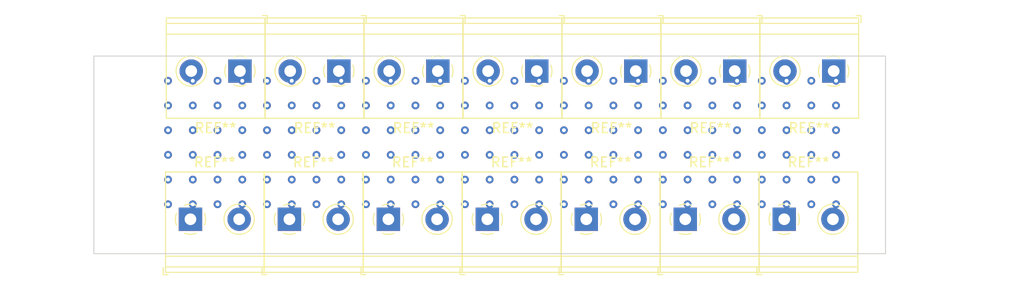
<source format=kicad_pcb>
(kicad_pcb (version 20221018) (generator pcbnew)
  (layers (0 "F.Cu" signal) (31 "B.Cu" signal) (34 "B.Paste" user) (35 "F.Paste" user) (36 "B.SilkS" user "B.Silkscreen") (37 "F.SilkS" user "F.Silkscreen") (38 "B.Mask" user) (39 "F.Mask" user) (44 "Edge.Cuts" user))
  (net 0 "")
  (footprint "TerminalBlock_Philmore:TerminalBlock_Philmore_TB132_1x02_P5.00mm_Horizontal" (layer "F.Cu") (at 91.44 81.28 180)
    (fp_text reference "REF**" (at 2.5 -5.86) (layer "F.SilkS"))
    (fp_text value "TerminalBlock_Philmore_TB132_1x02_P5.00mm_Horizontal")
    (fp_line (start -2.8 4.96) (end -2.8 5.7) (stroke (width 0.12)) (layer "F.SilkS"))
    (fp_line (start -2.8 5.7) (end -2.3 5.7) (stroke (width 0.12)) (layer "F.SilkS"))
    (fp_line (start -2.56 -4.86) (end -2.56 5.46) (stroke (width 0.12)) (layer "F.SilkS"))
    (fp_line (start -2.56 -4.86) (end 7.56 -4.86) (stroke (width 0.12)) (layer "F.SilkS"))
    (fp_line (start -2.56 3.8) (end 7.56 3.8) (stroke (width 0.12)) (layer "F.SilkS"))
    (fp_line (start -2.56 4.9) (end 7.56 4.9) (stroke (width 0.12)) (layer "F.SilkS"))
    (fp_line (start -2.56 5.46) (end 7.56 5.46) (stroke (width 0.12)) (layer "F.SilkS"))
    (fp_line (start 7.56 -4.86) (end 7.56 5.46) (stroke (width 0.12)) (layer "F.SilkS"))
    (fp_arc (start -1.432109 0.607742) (mid -1.555727 -0.00014) (end -1.432 -0.608) (stroke (width 0.12)) (layer "F.SilkS"))
    (fp_arc (start -0.607742 -1.432109) (mid 0.00014 -1.555727) (end 0.608 -1.432) (stroke (width 0.12)) (layer "F.SilkS"))
    (fp_arc (start 0.027011 1.555493) (mid -0.296984 1.527118) (end -0.608 1.432) (stroke (width 0.12)) (layer "F.SilkS"))
    (fp_arc (start 0.607587 1.431385) (mid 0.310017 1.523783) (end 0 1.555) (stroke (width 0.12)) (layer "F.SilkS"))
    (fp_arc (start 1.432109 -0.607742) (mid 1.555727 0.00014) (end 1.432 0.608) (stroke (width 0.12)) (layer "F.SilkS"))
    (fp_circle (center 5 0) (end 6.555 0) (stroke (width 0.12)) (fill none) (layer "F.SilkS"))
    (pad "1" thru_hole rect (at 0 0 180) (size 2.4 2.4) (drill 1.2) (layers "*.Cu" "*.Mask"))
    (pad "2" thru_hole circle (at 5 0 180) (size 2.4 2.4) (drill 1.2) (layers "*.Cu" "*.Mask"))
  )
  (footprint "TerminalBlock_Philmore:TerminalBlock_Philmore_TB132_1x02_P5.00mm_Horizontal" (layer "F.Cu") (at 127 96.52)
    (fp_text reference "REF**" (at 2.5 -5.86) (layer "F.SilkS"))
    (fp_text value "TerminalBlock_Philmore_TB132_1x02_P5.00mm_Horizontal")
    (fp_line (start -2.8 4.96) (end -2.8 5.7) (stroke (width 0.12)) (layer "F.SilkS"))
    (fp_line (start -2.8 5.7) (end -2.3 5.7) (stroke (width 0.12)) (layer "F.SilkS"))
    (fp_line (start -2.56 -4.86) (end -2.56 5.46) (stroke (width 0.12)) (layer "F.SilkS"))
    (fp_line (start -2.56 -4.86) (end 7.56 -4.86) (stroke (width 0.12)) (layer "F.SilkS"))
    (fp_line (start -2.56 3.8) (end 7.56 3.8) (stroke (width 0.12)) (layer "F.SilkS"))
    (fp_line (start -2.56 4.9) (end 7.56 4.9) (stroke (width 0.12)) (layer "F.SilkS"))
    (fp_line (start -2.56 5.46) (end 7.56 5.46) (stroke (width 0.12)) (layer "F.SilkS"))
    (fp_line (start 7.56 -4.86) (end 7.56 5.46) (stroke (width 0.12)) (layer "F.SilkS"))
    (fp_arc (start -1.432109 0.607742) (mid -1.555727 -0.00014) (end -1.432 -0.608) (stroke (width 0.12)) (layer "F.SilkS"))
    (fp_arc (start -0.607742 -1.432109) (mid 0.00014 -1.555727) (end 0.608 -1.432) (stroke (width 0.12)) (layer "F.SilkS"))
    (fp_arc (start 0.027011 1.555493) (mid -0.296984 1.527118) (end -0.608 1.432) (stroke (width 0.12)) (layer "F.SilkS"))
    (fp_arc (start 0.607587 1.431385) (mid 0.310017 1.523783) (end 0 1.555) (stroke (width 0.12)) (layer "F.SilkS"))
    (fp_arc (start 1.432109 -0.607742) (mid 1.555727 0.00014) (end 1.432 0.608) (stroke (width 0.12)) (layer "F.SilkS"))
    (fp_circle (center 5 0) (end 6.555 0) (stroke (width 0.12)) (fill none) (layer "F.SilkS"))
    (pad "1" thru_hole rect (at 0 0) (size 2.4 2.4) (drill 1.2) (layers "*.Cu" "*.Mask"))
    (pad "2" thru_hole circle (at 5 0) (size 2.4 2.4) (drill 1.2) (layers "*.Cu" "*.Mask"))
  )
  (footprint "TerminalBlock_Philmore:TerminalBlock_Philmore_TB132_1x02_P5.00mm_Horizontal" (layer "F.Cu") (at 116.84 96.52)
    (fp_text reference "REF**" (at 2.5 -5.86) (layer "F.SilkS"))
    (fp_text value "TerminalBlock_Philmore_TB132_1x02_P5.00mm_Horizontal")
    (fp_line (start -2.8 4.96) (end -2.8 5.7) (stroke (width 0.12)) (layer "F.SilkS"))
    (fp_line (start -2.8 5.7) (end -2.3 5.7) (stroke (width 0.12)) (layer "F.SilkS"))
    (fp_line (start -2.56 -4.86) (end -2.56 5.46) (stroke (width 0.12)) (layer "F.SilkS"))
    (fp_line (start -2.56 -4.86) (end 7.56 -4.86) (stroke (width 0.12)) (layer "F.SilkS"))
    (fp_line (start -2.56 3.8) (end 7.56 3.8) (stroke (width 0.12)) (layer "F.SilkS"))
    (fp_line (start -2.56 4.9) (end 7.56 4.9) (stroke (width 0.12)) (layer "F.SilkS"))
    (fp_line (start -2.56 5.46) (end 7.56 5.46) (stroke (width 0.12)) (layer "F.SilkS"))
    (fp_line (start 7.56 -4.86) (end 7.56 5.46) (stroke (width 0.12)) (layer "F.SilkS"))
    (fp_arc (start -1.432109 0.607742) (mid -1.555727 -0.00014) (end -1.432 -0.608) (stroke (width 0.12)) (layer "F.SilkS"))
    (fp_arc (start -0.607742 -1.432109) (mid 0.00014 -1.555727) (end 0.608 -1.432) (stroke (width 0.12)) (layer "F.SilkS"))
    (fp_arc (start 0.027011 1.555493) (mid -0.296984 1.527118) (end -0.608 1.432) (stroke (width 0.12)) (layer "F.SilkS"))
    (fp_arc (start 0.607587 1.431385) (mid 0.310017 1.523783) (end 0 1.555) (stroke (width 0.12)) (layer "F.SilkS"))
    (fp_arc (start 1.432109 -0.607742) (mid 1.555727 0.00014) (end 1.432 0.608) (stroke (width 0.12)) (layer "F.SilkS"))
    (fp_circle (center 5 0) (end 6.555 0) (stroke (width 0.12)) (fill none) (layer "F.SilkS"))
    (pad "1" thru_hole rect (at 0 0) (size 2.4 2.4) (drill 1.2) (layers "*.Cu" "*.Mask"))
    (pad "2" thru_hole circle (at 5 0) (size 2.4 2.4) (drill 1.2) (layers "*.Cu" "*.Mask"))
  )
  (footprint "TerminalBlock_Philmore:TerminalBlock_Philmore_TB132_1x02_P5.00mm_Horizontal" (layer "F.Cu") (at 96.52 96.52)
    (fp_text reference "REF**" (at 2.5 -5.86) (layer "F.SilkS"))
    (fp_text value "TerminalBlock_Philmore_TB132_1x02_P5.00mm_Horizontal")
    (fp_line (start -2.8 4.96) (end -2.8 5.7) (stroke (width 0.12)) (layer "F.SilkS"))
    (fp_line (start -2.8 5.7) (end -2.3 5.7) (stroke (width 0.12)) (layer "F.SilkS"))
    (fp_line (start -2.56 -4.86) (end -2.56 5.46) (stroke (width 0.12)) (layer "F.SilkS"))
    (fp_line (start -2.56 -4.86) (end 7.56 -4.86) (stroke (width 0.12)) (layer "F.SilkS"))
    (fp_line (start -2.56 3.8) (end 7.56 3.8) (stroke (width 0.12)) (layer "F.SilkS"))
    (fp_line (start -2.56 4.9) (end 7.56 4.9) (stroke (width 0.12)) (layer "F.SilkS"))
    (fp_line (start -2.56 5.46) (end 7.56 5.46) (stroke (width 0.12)) (layer "F.SilkS"))
    (fp_line (start 7.56 -4.86) (end 7.56 5.46) (stroke (width 0.12)) (layer "F.SilkS"))
    (fp_arc (start -1.432109 0.607742) (mid -1.555727 -0.00014) (end -1.432 -0.608) (stroke (width 0.12)) (layer "F.SilkS"))
    (fp_arc (start -0.607742 -1.432109) (mid 0.00014 -1.555727) (end 0.608 -1.432) (stroke (width 0.12)) (layer "F.SilkS"))
    (fp_arc (start 0.027011 1.555493) (mid -0.296984 1.527118) (end -0.608 1.432) (stroke (width 0.12)) (layer "F.SilkS"))
    (fp_arc (start 0.607587 1.431385) (mid 0.310017 1.523783) (end 0 1.555) (stroke (width 0.12)) (layer "F.SilkS"))
    (fp_arc (start 1.432109 -0.607742) (mid 1.555727 0.00014) (end 1.432 0.608) (stroke (width 0.12)) (layer "F.SilkS"))
    (fp_circle (center 5 0) (end 6.555 0) (stroke (width 0.12)) (fill none) (layer "F.SilkS"))
    (pad "1" thru_hole rect (at 0 0) (size 2.4 2.4) (drill 1.2) (layers "*.Cu" "*.Mask"))
    (pad "2" thru_hole circle (at 5 0) (size 2.4 2.4) (drill 1.2) (layers "*.Cu" "*.Mask"))
  )
  (footprint "TerminalBlock_Philmore:TerminalBlock_Philmore_TB132_1x02_P5.00mm_Horizontal" (layer "F.Cu") (at 76.2 96.52)
    (fp_text reference "REF**" (at 2.5 -5.86) (layer "F.SilkS"))
    (fp_text value "TerminalBlock_Philmore_TB132_1x02_P5.00mm_Horizontal")
    (fp_line (start -2.8 4.96) (end -2.8 5.7) (stroke (width 0.12)) (layer "F.SilkS"))
    (fp_line (start -2.8 5.7) (end -2.3 5.7) (stroke (width 0.12)) (layer "F.SilkS"))
    (fp_line (start -2.56 -4.86) (end -2.56 5.46) (stroke (width 0.12)) (layer "F.SilkS"))
    (fp_line (start -2.56 -4.86) (end 7.56 -4.86) (stroke (width 0.12)) (layer "F.SilkS"))
    (fp_line (start -2.56 3.8) (end 7.56 3.8) (stroke (width 0.12)) (layer "F.SilkS"))
    (fp_line (start -2.56 4.9) (end 7.56 4.9) (stroke (width 0.12)) (layer "F.SilkS"))
    (fp_line (start -2.56 5.46) (end 7.56 5.46) (stroke (width 0.12)) (layer "F.SilkS"))
    (fp_line (start 7.56 -4.86) (end 7.56 5.46) (stroke (width 0.12)) (layer "F.SilkS"))
    (fp_arc (start -1.432109 0.607742) (mid -1.555727 -0.00014) (end -1.432 -0.608) (stroke (width 0.12)) (layer "F.SilkS"))
    (fp_arc (start -0.607742 -1.432109) (mid 0.00014 -1.555727) (end 0.608 -1.432) (stroke (width 0.12)) (layer "F.SilkS"))
    (fp_arc (start 0.027011 1.555493) (mid -0.296984 1.527118) (end -0.608 1.432) (stroke (width 0.12)) (layer "F.SilkS"))
    (fp_arc (start 0.607587 1.431385) (mid 0.310017 1.523783) (end 0 1.555) (stroke (width 0.12)) (layer "F.SilkS"))
    (fp_arc (start 1.432109 -0.607742) (mid 1.555727 0.00014) (end 1.432 0.608) (stroke (width 0.12)) (layer "F.SilkS"))
    (fp_circle (center 5 0) (end 6.555 0) (stroke (width 0.12)) (fill none) (layer "F.SilkS"))
    (pad "1" thru_hole rect (at 0 0) (size 2.4 2.4) (drill 1.2) (layers "*.Cu" "*.Mask"))
    (pad "2" thru_hole circle (at 5 0) (size 2.4 2.4) (drill 1.2) (layers "*.Cu" "*.Mask"))
  )
  (footprint "TerminalBlock_Philmore:TerminalBlock_Philmore_TB132_1x02_P5.00mm_Horizontal" (layer "F.Cu") (at 132.08 81.28 180)
    (fp_text reference "REF**" (at 2.5 -5.86) (layer "F.SilkS"))
    (fp_text value "TerminalBlock_Philmore_TB132_1x02_P5.00mm_Horizontal")
    (fp_line (start -2.8 4.96) (end -2.8 5.7) (stroke (width 0.12)) (layer "F.SilkS"))
    (fp_line (start -2.8 5.7) (end -2.3 5.7) (stroke (width 0.12)) (layer "F.SilkS"))
    (fp_line (start -2.56 -4.86) (end -2.56 5.46) (stroke (width 0.12)) (layer "F.SilkS"))
    (fp_line (start -2.56 -4.86) (end 7.56 -4.86) (stroke (width 0.12)) (layer "F.SilkS"))
    (fp_line (start -2.56 3.8) (end 7.56 3.8) (stroke (width 0.12)) (layer "F.SilkS"))
    (fp_line (start -2.56 4.9) (end 7.56 4.9) (stroke (width 0.12)) (layer "F.SilkS"))
    (fp_line (start -2.56 5.46) (end 7.56 5.46) (stroke (width 0.12)) (layer "F.SilkS"))
    (fp_line (start 7.56 -4.86) (end 7.56 5.46) (stroke (width 0.12)) (layer "F.SilkS"))
    (fp_arc (start -1.432109 0.607742) (mid -1.555727 -0.00014) (end -1.432 -0.608) (stroke (width 0.12)) (layer "F.SilkS"))
    (fp_arc (start -0.607742 -1.432109) (mid 0.00014 -1.555727) (end 0.608 -1.432) (stroke (width 0.12)) (layer "F.SilkS"))
    (fp_arc (start 0.027011 1.555493) (mid -0.296984 1.527118) (end -0.608 1.432) (stroke (width 0.12)) (layer "F.SilkS"))
    (fp_arc (start 0.607587 1.431385) (mid 0.310017 1.523783) (end 0 1.555) (stroke (width 0.12)) (layer "F.SilkS"))
    (fp_arc (start 1.432109 -0.607742) (mid 1.555727 0.00014) (end 1.432 0.608) (stroke (width 0.12)) (layer "F.SilkS"))
    (fp_circle (center 5 0) (end 6.555 0) (stroke (width 0.12)) (fill none) (layer "F.SilkS"))
    (pad "1" thru_hole rect (at 0 0 180) (size 2.4 2.4) (drill 1.2) (layers "*.Cu" "*.Mask"))
    (pad "2" thru_hole circle (at 5 0 180) (size 2.4 2.4) (drill 1.2) (layers "*.Cu" "*.Mask"))
  )
  (footprint "TerminalBlock_Philmore:TerminalBlock_Philmore_TB132_1x02_P5.00mm_Horizontal" (layer "F.Cu") (at 101.6 81.28 180)
    (fp_text reference "REF**" (at 2.5 -5.86) (layer "F.SilkS"))
    (fp_text value "TerminalBlock_Philmore_TB132_1x02_P5.00mm_Horizontal")
    (fp_line (start -2.8 4.96) (end -2.8 5.7) (stroke (width 0.12)) (layer "F.SilkS"))
    (fp_line (start -2.8 5.7) (end -2.3 5.7) (stroke (width 0.12)) (layer "F.SilkS"))
    (fp_line (start -2.56 -4.86) (end -2.56 5.46) (stroke (width 0.12)) (layer "F.SilkS"))
    (fp_line (start -2.56 -4.86) (end 7.56 -4.86) (stroke (width 0.12)) (layer "F.SilkS"))
    (fp_line (start -2.56 3.8) (end 7.56 3.8) (stroke (width 0.12)) (layer "F.SilkS"))
    (fp_line (start -2.56 4.9) (end 7.56 4.9) (stroke (width 0.12)) (layer "F.SilkS"))
    (fp_line (start -2.56 5.46) (end 7.56 5.46) (stroke (width 0.12)) (layer "F.SilkS"))
    (fp_line (start 7.56 -4.86) (end 7.56 5.46) (stroke (width 0.12)) (layer "F.SilkS"))
    (fp_arc (start -1.432109 0.607742) (mid -1.555727 -0.00014) (end -1.432 -0.608) (stroke (width 0.12)) (layer "F.SilkS"))
    (fp_arc (start -0.607742 -1.432109) (mid 0.00014 -1.555727) (end 0.608 -1.432) (stroke (width 0.12)) (layer "F.SilkS"))
    (fp_arc (start 0.027011 1.555493) (mid -0.296984 1.527118) (end -0.608 1.432) (stroke (width 0.12)) (layer "F.SilkS"))
    (fp_arc (start 0.607587 1.431385) (mid 0.310017 1.523783) (end 0 1.555) (stroke (width 0.12)) (layer "F.SilkS"))
    (fp_arc (start 1.432109 -0.607742) (mid 1.555727 0.00014) (end 1.432 0.608) (stroke (width 0.12)) (layer "F.SilkS"))
    (fp_circle (center 5 0) (end 6.555 0) (stroke (width 0.12)) (fill none) (layer "F.SilkS"))
    (pad "1" thru_hole rect (at 0 0 180) (size 2.4 2.4) (drill 1.2) (layers "*.Cu" "*.Mask"))
    (pad "2" thru_hole circle (at 5 0 180) (size 2.4 2.4) (drill 1.2) (layers "*.Cu" "*.Mask"))
  )
  (footprint "TerminalBlock_Philmore:TerminalBlock_Philmore_TB132_1x02_P5.00mm_Horizontal" (layer "F.Cu") (at 142.24 81.28 180)
    (fp_text reference "REF**" (at 2.5 -5.86) (layer "F.SilkS"))
    (fp_text value "TerminalBlock_Philmore_TB132_1x02_P5.00mm_Horizontal")
    (fp_line (start -2.8 4.96) (end -2.8 5.7) (stroke (width 0.12)) (layer "F.SilkS"))
    (fp_line (start -2.8 5.7) (end -2.3 5.7) (stroke (width 0.12)) (layer "F.SilkS"))
    (fp_line (start -2.56 -4.86) (end -2.56 5.46) (stroke (width 0.12)) (layer "F.SilkS"))
    (fp_line (start -2.56 -4.86) (end 7.56 -4.86) (stroke (width 0.12)) (layer "F.SilkS"))
    (fp_line (start -2.56 3.8) (end 7.56 3.8) (stroke (width 0.12)) (layer "F.SilkS"))
    (fp_line (start -2.56 4.9) (end 7.56 4.9) (stroke (width 0.12)) (layer "F.SilkS"))
    (fp_line (start -2.56 5.46) (end 7.56 5.46) (stroke (width 0.12)) (layer "F.SilkS"))
    (fp_line (start 7.56 -4.86) (end 7.56 5.46) (stroke (width 0.12)) (layer "F.SilkS"))
    (fp_arc (start -1.432109 0.607742) (mid -1.555727 -0.00014) (end -1.432 -0.608) (stroke (width 0.12)) (layer "F.SilkS"))
    (fp_arc (start -0.607742 -1.432109) (mid 0.00014 -1.555727) (end 0.608 -1.432) (stroke (width 0.12)) (layer "F.SilkS"))
    (fp_arc (start 0.027011 1.555493) (mid -0.296984 1.527118) (end -0.608 1.432) (stroke (width 0.12)) (layer "F.SilkS"))
    (fp_arc (start 0.607587 1.431385) (mid 0.310017 1.523783) (end 0 1.555) (stroke (width 0.12)) (layer "F.SilkS"))
    (fp_arc (start 1.432109 -0.607742) (mid 1.555727 0.00014) (end 1.432 0.608) (stroke (width 0.12)) (layer "F.SilkS"))
    (fp_circle (center 5 0) (end 6.555 0) (stroke (width 0.12)) (fill none) (layer "F.SilkS"))
    (pad "1" thru_hole rect (at 0 0 180) (size 2.4 2.4) (drill 1.2) (layers "*.Cu" "*.Mask"))
    (pad "2" thru_hole circle (at 5 0 180) (size 2.4 2.4) (drill 1.2) (layers "*.Cu" "*.Mask"))
  )
  (footprint "TerminalBlock_Philmore:TerminalBlock_Philmore_TB132_1x02_P5.00mm_Horizontal" (layer "F.Cu") (at 81.28 81.28 180)
    (fp_text reference "REF**" (at 2.5 -5.86) (layer "F.SilkS"))
    (fp_text value "TerminalBlock_Philmore_TB132_1x02_P5.00mm_Horizontal")
    (fp_line (start -2.8 4.96) (end -2.8 5.7) (stroke (width 0.12)) (layer "F.SilkS"))
    (fp_line (start -2.8 5.7) (end -2.3 5.7) (stroke (width 0.12)) (layer "F.SilkS"))
    (fp_line (start -2.56 -4.86) (end -2.56 5.46) (stroke (width 0.12)) (layer "F.SilkS"))
    (fp_line (start -2.56 -4.86) (end 7.56 -4.86) (stroke (width 0.12)) (layer "F.SilkS"))
    (fp_line (start -2.56 3.8) (end 7.56 3.8) (stroke (width 0.12)) (layer "F.SilkS"))
    (fp_line (start -2.56 4.9) (end 7.56 4.9) (stroke (width 0.12)) (layer "F.SilkS"))
    (fp_line (start -2.56 5.46) (end 7.56 5.46) (stroke (width 0.12)) (layer "F.SilkS"))
    (fp_line (start 7.56 -4.86) (end 7.56 5.46) (stroke (width 0.12)) (layer "F.SilkS"))
    (fp_arc (start -1.432109 0.607742) (mid -1.555727 -0.00014) (end -1.432 -0.608) (stroke (width 0.12)) (layer "F.SilkS"))
    (fp_arc (start -0.607742 -1.432109) (mid 0.00014 -1.555727) (end 0.608 -1.432) (stroke (width 0.12)) (layer "F.SilkS"))
    (fp_arc (start 0.027011 1.555493) (mid -0.296984 1.527118) (end -0.608 1.432) (stroke (width 0.12)) (layer "F.SilkS"))
    (fp_arc (start 0.607587 1.431385) (mid 0.310017 1.523783) (end 0 1.555) (stroke (width 0.12)) (layer "F.SilkS"))
    (fp_arc (start 1.432109 -0.607742) (mid 1.555727 0.00014) (end 1.432 0.608) (stroke (width 0.12)) (layer "F.SilkS"))
    (fp_circle (center 5 0) (end 6.555 0) (stroke (width 0.12)) (fill none) (layer "F.SilkS"))
    (pad "1" thru_hole rect (at 0 0 180) (size 2.4 2.4) (drill 1.2) (layers "*.Cu" "*.Mask"))
    (pad "2" thru_hole circle (at 5 0 180) (size 2.4 2.4) (drill 1.2) (layers "*.Cu" "*.Mask"))
  )
  (footprint "TerminalBlock_Philmore:TerminalBlock_Philmore_TB132_1x02_P5.00mm_Horizontal" (layer "F.Cu") (at 137.16 96.52)
    (fp_text reference "REF**" (at 2.5 -5.86) (layer "F.SilkS"))
    (fp_text value "TerminalBlock_Philmore_TB132_1x02_P5.00mm_Horizontal")
    (fp_line (start -2.8 4.96) (end -2.8 5.7) (stroke (width 0.12)) (layer "F.SilkS"))
    (fp_line (start -2.8 5.7) (end -2.3 5.7) (stroke (width 0.12)) (layer "F.SilkS"))
    (fp_line (start -2.56 -4.86) (end -2.56 5.46) (stroke (width 0.12)) (layer "F.SilkS"))
    (fp_line (start -2.56 -4.86) (end 7.56 -4.86) (stroke (width 0.12)) (layer "F.SilkS"))
    (fp_line (start -2.56 3.8) (end 7.56 3.8) (stroke (width 0.12)) (layer "F.SilkS"))
    (fp_line (start -2.56 4.9) (end 7.56 4.9) (stroke (width 0.12)) (layer "F.SilkS"))
    (fp_line (start -2.56 5.46) (end 7.56 5.46) (stroke (width 0.12)) (layer "F.SilkS"))
    (fp_line (start 7.56 -4.86) (end 7.56 5.46) (stroke (width 0.12)) (layer "F.SilkS"))
    (fp_arc (start -1.432109 0.607742) (mid -1.555727 -0.00014) (end -1.432 -0.608) (stroke (width 0.12)) (layer "F.SilkS"))
    (fp_arc (start -0.607742 -1.432109) (mid 0.00014 -1.555727) (end 0.608 -1.432) (stroke (width 0.12)) (layer "F.SilkS"))
    (fp_arc (start 0.027011 1.555493) (mid -0.296984 1.527118) (end -0.608 1.432) (stroke (width 0.12)) (layer "F.SilkS"))
    (fp_arc (start 0.607587 1.431385) (mid 0.310017 1.523783) (end 0 1.555) (stroke (width 0.12)) (layer "F.SilkS"))
    (fp_arc (start 1.432109 -0.607742) (mid 1.555727 0.00014) (end 1.432 0.608) (stroke (width 0.12)) (layer "F.SilkS"))
    (fp_circle (center 5 0) (end 6.555 0) (stroke (width 0.12)) (fill none) (layer "F.SilkS"))
    (pad "1" thru_hole rect (at 0 0) (size 2.4 2.4) (drill 1.2) (layers "*.Cu" "*.Mask"))
    (pad "2" thru_hole circle (at 5 0) (size 2.4 2.4) (drill 1.2) (layers "*.Cu" "*.Mask"))
  )
  (footprint "TerminalBlock_Philmore:TerminalBlock_Philmore_TB132_1x02_P5.00mm_Horizontal" (layer "F.Cu") (at 106.68 96.52)
    (fp_text reference "REF**" (at 2.5 -5.86) (layer "F.SilkS"))
    (fp_text value "TerminalBlock_Philmore_TB132_1x02_P5.00mm_Horizontal")
    (fp_line (start -2.8 4.96) (end -2.8 5.7) (stroke (width 0.12)) (layer "F.SilkS"))
    (fp_line (start -2.8 5.7) (end -2.3 5.7) (stroke (width 0.12)) (layer "F.SilkS"))
    (fp_line (start -2.56 -4.86) (end -2.56 5.46) (stroke (width 0.12)) (layer "F.SilkS"))
    (fp_line (start -2.56 -4.86) (end 7.56 -4.86) (stroke (width 0.12)) (layer "F.SilkS"))
    (fp_line (start -2.56 3.8) (end 7.56 3.8) (stroke (width 0.12)) (layer "F.SilkS"))
    (fp_line (start -2.56 4.9) (end 7.56 4.9) (stroke (width 0.12)) (layer "F.SilkS"))
    (fp_line (start -2.56 5.46) (end 7.56 5.46) (stroke (width 0.12)) (layer "F.SilkS"))
    (fp_line (start 7.56 -4.86) (end 7.56 5.46) (stroke (width 0.12)) (layer "F.SilkS"))
    (fp_arc (start -1.432109 0.607742) (mid -1.555727 -0.00014) (end -1.432 -0.608) (stroke (width 0.12)) (layer "F.SilkS"))
    (fp_arc (start -0.607742 -1.432109) (mid 0.00014 -1.555727) (end 0.608 -1.432) (stroke (width 0.12)) (layer "F.SilkS"))
    (fp_arc (start 0.027011 1.555493) (mid -0.296984 1.527118) (end -0.608 1.432) (stroke (width 0.12)) (layer "F.SilkS"))
    (fp_arc (start 0.607587 1.431385) (mid 0.310017 1.523783) (end 0 1.555) (stroke (width 0.12)) (layer "F.SilkS"))
    (fp_arc (start 1.432109 -0.607742) (mid 1.555727 0.00014) (end 1.432 0.608) (stroke (width 0.12)) (layer "F.SilkS"))
    (fp_circle (center 5 0) (end 6.555 0) (stroke (width 0.12)) (fill none) (layer "F.SilkS"))
    (pad "1" thru_hole rect (at 0 0) (size 2.4 2.4) (drill 1.2) (layers "*.Cu" "*.Mask"))
    (pad "2" thru_hole circle (at 5 0) (size 2.4 2.4) (drill 1.2) (layers "*.Cu" "*.Mask"))
  )
  (footprint "TerminalBlock_Philmore:TerminalBlock_Philmore_TB132_1x02_P5.00mm_Horizontal" (layer "F.Cu") (at 121.92 81.28 180)
    (fp_text reference "REF**" (at 2.5 -5.86) (layer "F.SilkS"))
    (fp_text value "TerminalBlock_Philmore_TB132_1x02_P5.00mm_Horizontal")
    (fp_line (start -2.8 4.96) (end -2.8 5.7) (stroke (width 0.12)) (layer "F.SilkS"))
    (fp_line (start -2.8 5.7) (end -2.3 5.7) (stroke (width 0.12)) (layer "F.SilkS"))
    (fp_line (start -2.56 -4.86) (end -2.56 5.46) (stroke (width 0.12)) (layer "F.SilkS"))
    (fp_line (start -2.56 -4.86) (end 7.56 -4.86) (stroke (width 0.12)) (layer "F.SilkS"))
    (fp_line (start -2.56 3.8) (end 7.56 3.8) (stroke (width 0.12)) (layer "F.SilkS"))
    (fp_line (start -2.56 4.9) (end 7.56 4.9) (stroke (width 0.12)) (layer "F.SilkS"))
    (fp_line (start -2.56 5.46) (end 7.56 5.46) (stroke (width 0.12)) (layer "F.SilkS"))
    (fp_line (start 7.56 -4.86) (end 7.56 5.46) (stroke (width 0.12)) (layer "F.SilkS"))
    (fp_arc (start -1.432109 0.607742) (mid -1.555727 -0.00014) (end -1.432 -0.608) (stroke (width 0.12)) (layer "F.SilkS"))
    (fp_arc (start -0.607742 -1.432109) (mid 0.00014 -1.555727) (end 0.608 -1.432) (stroke (width 0.12)) (layer "F.SilkS"))
    (fp_arc (start 0.027011 1.555493) (mid -0.296984 1.527118) (end -0.608 1.432) (stroke (width 0.12)) (layer "F.SilkS"))
    (fp_arc (start 0.607587 1.431385) (mid 0.310017 1.523783) (end 0 1.555) (stroke (width 0.12)) (layer "F.SilkS"))
    (fp_arc (start 1.432109 -0.607742) (mid 1.555727 0.00014) (end 1.432 0.608) (stroke (width 0.12)) (layer "F.SilkS"))
    (fp_circle (center 5 0) (end 6.555 0) (stroke (width 0.12)) (fill none) (layer "F.SilkS"))
    (pad "1" thru_hole rect (at 0 0 180) (size 2.4 2.4) (drill 1.2) (layers "*.Cu" "*.Mask"))
    (pad "2" thru_hole circle (at 5 0 180) (size 2.4 2.4) (drill 1.2) (layers "*.Cu" "*.Mask"))
  )
  (footprint "TerminalBlock_Philmore:TerminalBlock_Philmore_TB132_1x02_P5.00mm_Horizontal" (layer "F.Cu") (at 111.76 81.28 180)
    (fp_text reference "REF**" (at 2.5 -5.86) (layer "F.SilkS"))
    (fp_text value "TerminalBlock_Philmore_TB132_1x02_P5.00mm_Horizontal")
    (fp_line (start -2.8 4.96) (end -2.8 5.7) (stroke (width 0.12)) (layer "F.SilkS"))
    (fp_line (start -2.8 5.7) (end -2.3 5.7) (stroke (width 0.12)) (layer "F.SilkS"))
    (fp_line (start -2.56 -4.86) (end -2.56 5.46) (stroke (width 0.12)) (layer "F.SilkS"))
    (fp_line (start -2.56 -4.86) (end 7.56 -4.86) (stroke (width 0.12)) (layer "F.SilkS"))
    (fp_line (start -2.56 3.8) (end 7.56 3.8) (stroke (width 0.12)) (layer "F.SilkS"))
    (fp_line (start -2.56 4.9) (end 7.56 4.9) (stroke (width 0.12)) (layer "F.SilkS"))
    (fp_line (start -2.56 5.46) (end 7.56 5.46) (stroke (width 0.12)) (layer "F.SilkS"))
    (fp_line (start 7.56 -4.86) (end 7.56 5.46) (stroke (width 0.12)) (layer "F.SilkS"))
    (fp_arc (start -1.432109 0.607742) (mid -1.555727 -0.00014) (end -1.432 -0.608) (stroke (width 0.12)) (layer "F.SilkS"))
    (fp_arc (start -0.607742 -1.432109) (mid 0.00014 -1.555727) (end 0.608 -1.432) (stroke (width 0.12)) (layer "F.SilkS"))
    (fp_arc (start 0.027011 1.555493) (mid -0.296984 1.527118) (end -0.608 1.432) (stroke (width 0.12)) (layer "F.SilkS"))
    (fp_arc (start 0.607587 1.431385) (mid 0.310017 1.523783) (end 0 1.555) (stroke (width 0.12)) (layer "F.SilkS"))
    (fp_arc (start 1.432109 -0.607742) (mid 1.555727 0.00014) (end 1.432 0.608) (stroke (width 0.12)) (layer "F.SilkS"))
    (fp_circle (center 5 0) (end 6.555 0) (stroke (width 0.12)) (fill none) (layer "F.SilkS"))
    (pad "1" thru_hole rect (at 0 0 180) (size 2.4 2.4) (drill 1.2) (layers "*.Cu" "*.Mask"))
    (pad "2" thru_hole circle (at 5 0 180) (size 2.4 2.4) (drill 1.2) (layers "*.Cu" "*.Mask"))
  )
  (footprint "TerminalBlock_Philmore:TerminalBlock_Philmore_TB132_1x02_P5.00mm_Horizontal" (layer "F.Cu") (at 86.36 96.52)
    (fp_text reference "REF**" (at 2.5 -5.86) (layer "F.SilkS"))
    (fp_text value "TerminalBlock_Philmore_TB132_1x02_P5.00mm_Horizontal")
    (fp_line (start -2.8 4.96) (end -2.8 5.7) (stroke (width 0.12)) (layer "F.SilkS"))
    (fp_line (start -2.8 5.7) (end -2.3 5.7) (stroke (width 0.12)) (layer "F.SilkS"))
    (fp_line (start -2.56 -4.86) (end -2.56 5.46) (stroke (width 0.12)) (layer "F.SilkS"))
    (fp_line (start -2.56 -4.86) (end 7.56 -4.86) (stroke (width 0.12)) (layer "F.SilkS"))
    (fp_line (start -2.56 3.8) (end 7.56 3.8) (stroke (width 0.12)) (layer "F.SilkS"))
    (fp_line (start -2.56 4.9) (end 7.56 4.9) (stroke (width 0.12)) (layer "F.SilkS"))
    (fp_line (start -2.56 5.46) (end 7.56 5.46) (stroke (width 0.12)) (layer "F.SilkS"))
    (fp_line (start 7.56 -4.86) (end 7.56 5.46) (stroke (width 0.12)) (layer "F.SilkS"))
    (fp_arc (start -1.432109 0.607742) (mid -1.555727 -0.00014) (end -1.432 -0.608) (stroke (width 0.12)) (layer "F.SilkS"))
    (fp_arc (start -0.607742 -1.432109) (mid 0.00014 -1.555727) (end 0.608 -1.432) (stroke (width 0.12)) (layer "F.SilkS"))
    (fp_arc (start 0.027011 1.555493) (mid -0.296984 1.527118) (end -0.608 1.432) (stroke (width 0.12)) (layer "F.SilkS"))
    (fp_arc (start 0.607587 1.431385) (mid 0.310017 1.523783) (end 0 1.555) (stroke (width 0.12)) (layer "F.SilkS"))
    (fp_arc (start 1.432109 -0.607742) (mid 1.555727 0.00014) (end 1.432 0.608) (stroke (width 0.12)) (layer "F.SilkS"))
    (fp_circle (center 5 0) (end 6.555 0) (stroke (width 0.12)) (fill none) (layer "F.SilkS"))
    (pad "1" thru_hole rect (at 0 0) (size 2.4 2.4) (drill 1.2) (layers "*.Cu" "*.Mask"))
    (pad "2" thru_hole circle (at 5 0) (size 2.4 2.4) (drill 1.2) (layers "*.Cu" "*.Mask"))
  )
  (gr_rect (start 147.56 79.74) (end 66.28 100.06) (stroke (width 0.1)) (fill none) (layer "Edge.Cuts"))
  (via (at 101.84 82.28) (size 0.8) (drill 0.4) (layers "F.Cu" "B.Cu") (net 0))
  (via (at 134.86 89.9) (size 0.8) (drill 0.4) (layers "F.Cu" "B.Cu") (net 0))
  (via (at 139.94 82.28) (size 0.8) (drill 0.4) (layers "F.Cu" "B.Cu") (net 0))
  (via (at 94.22 89.9) (size 0.8) (drill 0.4) (layers "F.Cu" "B.Cu") (net 0))
  (via (at 106.92 94.98) (size 0.8) (drill 0.4) (layers "F.Cu" "B.Cu") (net 0))
  (via (at 127.24 89.9) (size 0.8) (drill 0.4) (layers "F.Cu" "B.Cu") (net 0))
  (via (at 137.4 94.98) (size 0.8) (drill 0.4) (layers "F.Cu" "B.Cu") (net 0))
  (via (at 86.6 82.28) (size 0.8) (drill 0.4) (layers "F.Cu" "B.Cu") (net 0))
  (via (at 78.98 89.9) (size 0.8) (drill 0.4) (layers "F.Cu" "B.Cu") (net 0))
  (via (at 139.94 87.36) (size 0.8) (drill 0.4) (layers "F.Cu" "B.Cu") (net 0))
  (via (at 89.14 89.9) (size 0.8) (drill 0.4) (layers "F.Cu" "B.Cu") (net 0))
  (via (at 91.68 87.36) (size 0.8) (drill 0.4) (layers "F.Cu" "B.Cu") (net 0))
  (via (at 129.78 82.28) (size 0.8) (drill 0.4) (layers "F.Cu" "B.Cu") (net 0))
  (via (at 94.22 84.82) (size 0.8) (drill 0.4) (layers "F.Cu" "B.Cu") (net 0))
  (via (at 91.68 92.44) (size 0.8) (drill 0.4) (layers "F.Cu" "B.Cu") (net 0))
  (via (at 76.44 84.82) (size 0.8) (drill 0.4) (layers "F.Cu" "B.Cu") (net 0))
  (via (at 117.08 82.28) (size 0.8) (drill 0.4) (layers "F.Cu" "B.Cu") (net 0))
  (via (at 73.9 82.28) (size 0.8) (drill 0.4) (layers "F.Cu" "B.Cu") (net 0))
  (via (at 132.32 84.82) (size 0.8) (drill 0.4) (layers "F.Cu" "B.Cu") (net 0))
  (via (at 89.14 82.28) (size 0.8) (drill 0.4) (layers "F.Cu" "B.Cu") (net 0))
  (via (at 76.44 89.9) (size 0.8) (drill 0.4) (layers "F.Cu" "B.Cu") (net 0))
  (via (at 114.54 89.9) (size 0.8) (drill 0.4) (layers "F.Cu" "B.Cu") (net 0))
  (via (at 78.98 82.28) (size 0.8) (drill 0.4) (layers "F.Cu" "B.Cu") (net 0))
  (via (at 96.76 92.44) (size 0.8) (drill 0.4) (layers "F.Cu" "B.Cu") (net 0))
  (via (at 142.48 94.98) (size 0.8) (drill 0.4) (layers "F.Cu" "B.Cu") (net 0))
  (via (at 134.86 94.98) (size 0.8) (drill 0.4) (layers "F.Cu" "B.Cu") (net 0))
  (via (at 127.24 82.28) (size 0.8) (drill 0.4) (layers "F.Cu" "B.Cu") (net 0))
  (via (at 73.9 94.98) (size 0.8) (drill 0.4) (layers "F.Cu" "B.Cu") (net 0))
  (via (at 101.84 89.9) (size 0.8) (drill 0.4) (layers "F.Cu" "B.Cu") (net 0))
  (via (at 96.76 89.9) (size 0.8) (drill 0.4) (layers "F.Cu" "B.Cu") (net 0))
  (via (at 106.92 82.28) (size 0.8) (drill 0.4) (layers "F.Cu" "B.Cu") (net 0))
  (via (at 101.84 87.36) (size 0.8) (drill 0.4) (layers "F.Cu" "B.Cu") (net 0))
  (via (at 76.44 82.28) (size 0.8) (drill 0.4) (layers "F.Cu" "B.Cu") (net 0))
  (via (at 96.76 87.36) (size 0.8) (drill 0.4) (layers "F.Cu" "B.Cu") (net 0))
  (via (at 134.86 84.82) (size 0.8) (drill 0.4) (layers "F.Cu" "B.Cu") (net 0))
  (via (at 132.32 82.28) (size 0.8) (drill 0.4) (layers "F.Cu" "B.Cu") (net 0))
  (via (at 129.78 89.9) (size 0.8) (drill 0.4) (layers "F.Cu" "B.Cu") (net 0))
  (via (at 104.38 84.82) (size 0.8) (drill 0.4) (layers "F.Cu" "B.Cu") (net 0))
  (via (at 119.62 92.44) (size 0.8) (drill 0.4) (layers "F.Cu" "B.Cu") (net 0))
  (via (at 84.06 92.44) (size 0.8) (drill 0.4) (layers "F.Cu" "B.Cu") (net 0))
  (via (at 99.3 89.9) (size 0.8) (drill 0.4) (layers "F.Cu" "B.Cu") (net 0))
  (via (at 101.84 94.98) (size 0.8) (drill 0.4) (layers "F.Cu" "B.Cu") (net 0))
  (via (at 89.14 92.44) (size 0.8) (drill 0.4) (layers "F.Cu" "B.Cu") (net 0))
  (via (at 132.32 92.44) (size 0.8) (drill 0.4) (layers "F.Cu" "B.Cu") (net 0))
  (via (at 91.68 82.28) (size 0.8) (drill 0.4) (layers "F.Cu" "B.Cu") (net 0))
  (via (at 124.7 89.9) (size 0.8) (drill 0.4) (layers "F.Cu" "B.Cu") (net 0))
  (via (at 142.48 82.28) (size 0.8) (drill 0.4) (layers "F.Cu" "B.Cu") (net 0))
  (via (at 112 94.98) (size 0.8) (drill 0.4) (layers "F.Cu" "B.Cu") (net 0))
  (via (at 89.14 87.36) (size 0.8) (drill 0.4) (layers "F.Cu" "B.Cu") (net 0))
  (via (at 122.16 87.36) (size 0.8) (drill 0.4) (layers "F.Cu" "B.Cu") (net 0))
  (via (at 139.94 84.82) (size 0.8) (drill 0.4) (layers "F.Cu" "B.Cu") (net 0))
  (via (at 129.78 92.44) (size 0.8) (drill 0.4) (layers "F.Cu" "B.Cu") (net 0))
  (via (at 114.54 94.98) (size 0.8) (drill 0.4) (layers "F.Cu" "B.Cu") (net 0))
  (via (at 109.46 92.44) (size 0.8) (drill 0.4) (layers "F.Cu" "B.Cu") (net 0))
  (via (at 124.7 87.36) (size 0.8) (drill 0.4) (layers "F.Cu" "B.Cu") (net 0))
  (via (at 106.92 92.44) (size 0.8) (drill 0.4) (layers "F.Cu" "B.Cu") (net 0))
  (via (at 96.76 82.28) (size 0.8) (drill 0.4) (layers "F.Cu" "B.Cu") (net 0))
  (via (at 96.76 94.98) (size 0.8) (drill 0.4) (layers "F.Cu" "B.Cu") (net 0))
  (via (at 78.98 87.36) (size 0.8) (drill 0.4) (layers "F.Cu" "B.Cu") (net 0))
  (via (at 109.46 94.98) (size 0.8) (drill 0.4) (layers "F.Cu" "B.Cu") (net 0))
  (via (at 76.44 92.44) (size 0.8) (drill 0.4) (layers "F.Cu" "B.Cu") (net 0))
  (via (at 124.7 84.82) (size 0.8) (drill 0.4) (layers "F.Cu" "B.Cu") (net 0))
  (via (at 109.46 89.9) (size 0.8) (drill 0.4) (layers "F.Cu" "B.Cu") (net 0))
  (via (at 99.3 84.82) (size 0.8) (drill 0.4) (layers "F.Cu" "B.Cu") (net 0))
  (via (at 99.3 94.98) (size 0.8) (drill 0.4) (layers "F.Cu" "B.Cu") (net 0))
  (via (at 106.92 87.36) (size 0.8) (drill 0.4) (layers "F.Cu" "B.Cu") (net 0))
  (via (at 112 87.36) (size 0.8) (drill 0.4) (layers "F.Cu" "B.Cu") (net 0))
  (via (at 114.54 87.36) (size 0.8) (drill 0.4) (layers "F.Cu" "B.Cu") (net 0))
  (via (at 104.38 82.28) (size 0.8) (drill 0.4) (layers "F.Cu" "B.Cu") (net 0))
  (via (at 86.6 87.36) (size 0.8) (drill 0.4) (layers "F.Cu" "B.Cu") (net 0))
  (via (at 81.52 84.82) (size 0.8) (drill 0.4) (layers "F.Cu" "B.Cu") (net 0))
  (via (at 139.94 92.44) (size 0.8) (drill 0.4) (layers "F.Cu" "B.Cu") (net 0))
  (via (at 89.14 94.98) (size 0.8) (drill 0.4) (layers "F.Cu" "B.Cu") (net 0))
  (via (at 104.38 87.36) (size 0.8) (drill 0.4) (layers "F.Cu" "B.Cu") (net 0))
  (via (at 86.6 89.9) (size 0.8) (drill 0.4) (layers "F.Cu" "B.Cu") (net 0))
  (via (at 119.62 82.28) (size 0.8) (drill 0.4) (layers "F.Cu" "B.Cu") (net 0))
  (via (at 76.44 94.98) (size 0.8) (drill 0.4) (layers "F.Cu" "B.Cu") (net 0))
  (via (at 129.78 84.82) (size 0.8) (drill 0.4) (layers "F.Cu" "B.Cu") (net 0))
  (via (at 106.92 84.82) (size 0.8) (drill 0.4) (layers "F.Cu" "B.Cu") (net 0))
  (via (at 129.78 87.36) (size 0.8) (drill 0.4) (layers "F.Cu" "B.Cu") (net 0))
  (via (at 127.24 92.44) (size 0.8) (drill 0.4) (layers "F.Cu" "B.Cu") (net 0))
  (via (at 117.08 89.9) (size 0.8) (drill 0.4) (layers "F.Cu" "B.Cu") (net 0))
  (via (at 114.54 92.44) (size 0.8) (drill 0.4) (layers "F.Cu" "B.Cu") (net 0))
  (via (at 86.6 84.82) (size 0.8) (drill 0.4) (layers "F.Cu" "B.Cu") (net 0))
  (via (at 142.48 84.82) (size 0.8) (drill 0.4) (layers "F.Cu" "B.Cu") (net 0))
  (via (at 106.92 89.9) (size 0.8) (drill 0.4) (layers "F.Cu" "B.Cu") (net 0))
  (via (at 119.62 89.9) (size 0.8) (drill 0.4) (layers "F.Cu" "B.Cu") (net 0))
  (via (at 124.7 82.28) (size 0.8) (drill 0.4) (layers "F.Cu" "B.Cu") (net 0))
  (via (at 78.98 84.82) (size 0.8) (drill 0.4) (layers "F.Cu" "B.Cu") (net 0))
  (via (at 132.32 94.98) (size 0.8) (drill 0.4) (layers "F.Cu" "B.Cu") (net 0))
  (via (at 94.22 94.98) (size 0.8) (drill 0.4) (layers "F.Cu" "B.Cu") (net 0))
  (via (at 137.4 87.36) (size 0.8) (drill 0.4) (layers "F.Cu" "B.Cu") (net 0))
  (via (at 84.06 89.9) (size 0.8) (drill 0.4) (layers "F.Cu" "B.Cu") (net 0))
  (via (at 134.86 82.28) (size 0.8) (drill 0.4) (layers "F.Cu" "B.Cu") (net 0))
  (via (at 94.22 92.44) (size 0.8) (drill 0.4) (layers "F.Cu" "B.Cu") (net 0))
  (via (at 142.48 87.36) (size 0.8) (drill 0.4) (layers "F.Cu" "B.Cu") (net 0))
  (via (at 99.3 82.28) (size 0.8) (drill 0.4) (layers "F.Cu" "B.Cu") (net 0))
  (via (at 127.24 94.98) (size 0.8) (drill 0.4) (layers "F.Cu" "B.Cu") (net 0))
  (via (at 134.86 87.36) (size 0.8) (drill 0.4) (layers "F.Cu" "B.Cu") (net 0))
  (via (at 117.08 84.82) (size 0.8) (drill 0.4) (layers "F.Cu" "B.Cu") (net 0))
  (via (at 124.7 92.44) (size 0.8) (drill 0.4) (layers "F.Cu" "B.Cu") (net 0))
  (via (at 81.52 82.28) (size 0.8) (drill 0.4) (layers "F.Cu" "B.Cu") (net 0))
  (via (at 109.46 87.36) (size 0.8) (drill 0.4) (layers "F.Cu" "B.Cu") (net 0))
  (via (at 99.3 87.36) (size 0.8) (drill 0.4) (layers "F.Cu" "B.Cu") (net 0))
  (via (at 132.32 89.9) (size 0.8) (drill 0.4) (layers "F.Cu" "B.Cu") (net 0))
  (via (at 137.4 89.9) (size 0.8) (drill 0.4) (layers "F.Cu" "B.Cu") (net 0))
  (via (at 78.98 92.44) (size 0.8) (drill 0.4) (layers "F.Cu" "B.Cu") (net 0))
  (via (at 99.3 92.44) (size 0.8) (drill 0.4) (layers "F.Cu" "B.Cu") (net 0))
  (via (at 104.38 89.9) (size 0.8) (drill 0.4) (layers "F.Cu" "B.Cu") (net 0))
  (via (at 112 89.9) (size 0.8) (drill 0.4) (layers "F.Cu" "B.Cu") (net 0))
  (via (at 91.68 89.9) (size 0.8) (drill 0.4) (layers "F.Cu" "B.Cu") (net 0))
  (via (at 139.94 89.9) (size 0.8) (drill 0.4) (layers "F.Cu" "B.Cu") (net 0))
  (via (at 137.4 82.28) (size 0.8) (drill 0.4) (layers "F.Cu" "B.Cu") (net 0))
  (via (at 81.52 92.44) (size 0.8) (drill 0.4) (layers "F.Cu" "B.Cu") (net 0))
  (via (at 137.4 84.82) (size 0.8) (drill 0.4) (layers "F.Cu" "B.Cu") (net 0))
  (via (at 119.62 84.82) (size 0.8) (drill 0.4) (layers "F.Cu" "B.Cu") (net 0))
  (via (at 84.06 94.98) (size 0.8) (drill 0.4) (layers "F.Cu" "B.Cu") (net 0))
  (via (at 84.06 84.82) (size 0.8) (drill 0.4) (layers "F.Cu" "B.Cu") (net 0))
  (via (at 139.94 94.98) (size 0.8) (drill 0.4) (layers "F.Cu" "B.Cu") (net 0))
  (via (at 122.16 94.98) (size 0.8) (drill 0.4) (layers "F.Cu" "B.Cu") (net 0))
  (via (at 104.38 94.98) (size 0.8) (drill 0.4) (layers "F.Cu" "B.Cu") (net 0))
  (via (at 91.68 94.98) (size 0.8) (drill 0.4) (layers "F.Cu" "B.Cu") (net 0))
  (via (at 101.84 92.44) (size 0.8) (drill 0.4) (layers "F.Cu" "B.Cu") (net 0))
  (via (at 86.6 92.44) (size 0.8) (drill 0.4) (layers "F.Cu" "B.Cu") (net 0))
  (via (at 122.16 92.44) (size 0.8) (drill 0.4) (layers "F.Cu" "B.Cu") (net 0))
  (via (at 132.32 87.36) (size 0.8) (drill 0.4) (layers "F.Cu" "B.Cu") (net 0))
  (via (at 94.22 87.36) (size 0.8) (drill 0.4) (layers "F.Cu" "B.Cu") (net 0))
  (via (at 101.84 84.82) (size 0.8) (drill 0.4) (layers "F.Cu" "B.Cu") (net 0))
  (via (at 73.9 84.82) (size 0.8) (drill 0.4) (layers "F.Cu" "B.Cu") (net 0))
  (via (at 109.46 84.82) (size 0.8) (drill 0.4) (layers "F.Cu" "B.Cu") (net 0))
  (via (at 114.54 82.28) (size 0.8) (drill 0.4) (layers "F.Cu" "B.Cu") (net 0))
  (via (at 86.6 94.98) (size 0.8) (drill 0.4) (layers "F.Cu" "B.Cu") (net 0))
  (via (at 73.9 92.44) (size 0.8) (drill 0.4) (layers "F.Cu" "B.Cu") (net 0))
  (via (at 112 82.28) (size 0.8) (drill 0.4) (layers "F.Cu" "B.Cu") (net 0))
  (via (at 73.9 89.9) (size 0.8) (drill 0.4) (layers "F.Cu" "B.Cu") (net 0))
  (via (at 127.24 84.82) (size 0.8) (drill 0.4) (layers "F.Cu" "B.Cu") (net 0))
  (via (at 137.4 92.44) (size 0.8) (drill 0.4) (layers "F.Cu" "B.Cu") (net 0))
  (via (at 109.46 82.28) (size 0.8) (drill 0.4) (layers "F.Cu" "B.Cu") (net 0))
  (via (at 81.52 87.36) (size 0.8) (drill 0.4) (layers "F.Cu" "B.Cu") (net 0))
  (via (at 81.52 94.98) (size 0.8) (drill 0.4) (layers "F.Cu" "B.Cu") (net 0))
  (via (at 81.52 89.9) (size 0.8) (drill 0.4) (layers "F.Cu" "B.Cu") (net 0))
  (via (at 117.08 87.36) (size 0.8) (drill 0.4) (layers "F.Cu" "B.Cu") (net 0))
  (via (at 96.76 84.82) (size 0.8) (drill 0.4) (layers "F.Cu" "B.Cu") (net 0))
  (via (at 142.48 89.9) (size 0.8) (drill 0.4) (layers "F.Cu" "B.Cu") (net 0))
  (via (at 127.24 87.36) (size 0.8) (drill 0.4) (layers "F.Cu" "B.Cu") (net 0))
  (via (at 122.16 89.9) (size 0.8) (drill 0.4) (layers "F.Cu" "B.Cu") (net 0))
  (via (at 119.62 87.36) (size 0.8) (drill 0.4) (layers "F.Cu" "B.Cu") (net 0))
  (via (at 114.54 84.82) (size 0.8) (drill 0.4) (layers "F.Cu" "B.Cu") (net 0))
  (via (at 117.08 94.98) (size 0.8) (drill 0.4) (layers "F.Cu" "B.Cu") (net 0))
  (via (at 112 84.82) (size 0.8) (drill 0.4) (layers "F.Cu" "B.Cu") (net 0))
  (via (at 89.14 84.82) (size 0.8) (drill 0.4) (layers "F.Cu" "B.Cu") (net 0))
  (via (at 117.08 92.44) (size 0.8) (drill 0.4) (layers "F.Cu" "B.Cu") (net 0))
  (via (at 142.48 92.44) (size 0.8) (drill 0.4) (layers "F.Cu" "B.Cu") (net 0))
  (via (at 76.44 87.36) (size 0.8) (drill 0.4) (layers "F.Cu" "B.Cu") (net 0))
  (via (at 84.06 82.28) (size 0.8) (drill 0.4) (layers "F.Cu" "B.Cu") (net 0))
  (via (at 134.86 92.44) (size 0.8) (drill 0.4) (layers "F.Cu" "B.Cu") (net 0))
  (via (at 73.9 87.36) (size 0.8) (drill 0.4) (layers "F.Cu" "B.Cu") (net 0))
  (via (at 122.16 84.82) (size 0.8) (drill 0.4) (layers "F.Cu" "B.Cu") (net 0))
  (via (at 129.78 94.98) (size 0.8) (drill 0.4) (layers "F.Cu" "B.Cu") (net 0))
  (via (at 104.38 92.44) (size 0.8) (drill 0.4) (layers "F.Cu" "B.Cu") (net 0))
  (via (at 94.22 82.28) (size 0.8) (drill 0.4) (layers "F.Cu" "B.Cu") (net 0))
  (via (at 84.06 87.36) (size 0.8) (drill 0.4) (layers "F.Cu" "B.Cu") (net 0))
  (via (at 78.98 94.98) (size 0.8) (drill 0.4) (layers "F.Cu" "B.Cu") (net 0))
  (via (at 91.68 84.82) (size 0.8) (drill 0.4) (layers "F.Cu" "B.Cu") (net 0))
  (via (at 119.62 94.98) (size 0.8) (drill 0.4) (layers "F.Cu" "B.Cu") (net 0))
  (via (at 122.16 82.28) (size 0.8) (drill 0.4) (layers "F.Cu" "B.Cu") (net 0))
  (via (at 124.7 94.98) (size 0.8) (drill 0.4) (layers "F.Cu" "B.Cu") (net 0))
  (via (at 112 92.44) (size 0.8) (drill 0.4) (layers "F.Cu" "B.Cu") (net 0))
)
</source>
